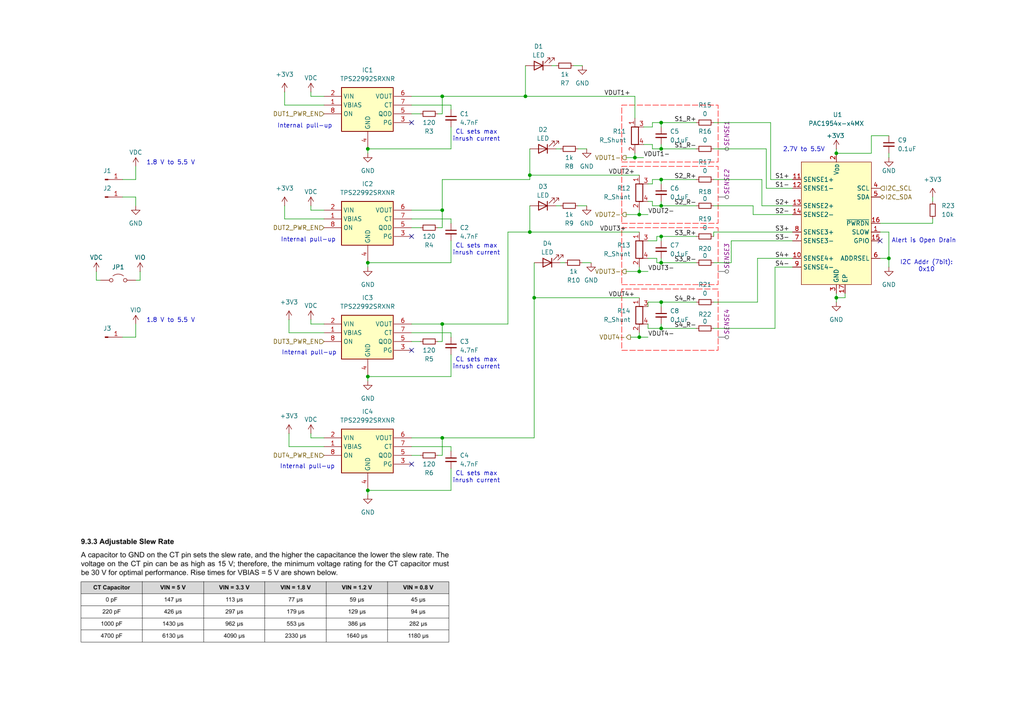
<source format=kicad_sch>
(kicad_sch (version 20250114) (generator "eeschema") (generator_version "9.0")
  (paper "A4")
  (lib_symbols
    (symbol "dut_hub:+3V3" (power) (pin_numbers (hide yes)) (pin_names (offset 0) (hide yes))
      (property "Value" "+3V3" (at 0 3.556 0))
      (symbol "+3V3_0_1"
        (polyline (pts (xy -0.762 1.27) (xy 0 2.54)))
        (polyline (pts (xy 0 2.54) (xy 0.762 1.27)))
        (polyline (pts (xy 0 0) (xy 0 2.54)))
      )
      (symbol "+3V3_1_1"
        (pin power_in line (at 0 0 90) (length 0) (name "~") (number "1"))
      )
    )
    (symbol "dut_hub:CSNL2512FT4L00" (pin_names (offset 0) (hide yes))
      (property "Reference" "R" (at -2.032 0 90))
      (property "Value" "CSNL2512FT4L00" (at 0 0 90))
      (symbol "CSNL2512FT4L00_0_1"
        (rectangle (start -1.016 -2.54) (end 1.016 2.54) (stroke (width 0.254)))
        (polyline (pts (xy 0 -2.54) (xy 1.27 -2.54)))
        (polyline (pts (xy 1.27 2.54) (xy 0 2.54)))
      )
      (symbol "CSNL2512FT4L00_1_1"
        (pin passive line (at 0 5.08 270) (length 2.54) (name "~") (number "1"))
        (pin passive line (at 0 -5.08 90) (length 2.54) (name "~") (number "2"))
        (pin passive line (at 2.54 2.54 180) (length 1.27) (name "~") (number "3"))
        (pin passive line (at 2.54 -2.54 180) (length 1.27) (name "~") (number "4"))
      )
    )
    (symbol "dut_hub:C_Small" (pin_numbers (hide yes)) (pin_names (offset 0.254) (hide yes))
      (property "Reference" "C" (at 0.254 1.778 0))
      (property "Value" "C_Small" (at 0.254 -2.032 0))
      (symbol "C_Small_0_1"
        (polyline (pts (xy -1.524 0.508) (xy 1.524 0.508)) (stroke (width 0.3048)))
        (polyline (pts (xy -1.524 -0.508) (xy 1.524 -0.508)) (stroke (width 0.3302)))
      )
      (symbol "C_Small_1_1"
        (pin passive line (at 0 2.54 270) (length 2.032) (name "~") (number "1"))
        (pin passive line (at 0 -2.54 90) (length 2.032) (name "~") (number "2"))
      )
    )
    (symbol "dut_hub:Conn_01x01_Pin" (pin_names (offset 1.016) (hide yes))
      (property "Reference" "J" (at 0 2.54 0))
      (property "Value" "Conn_01x01_Pin" (at 0 -2.54 0))
      (symbol "Conn_01x01_Pin_1_1"
        (rectangle (start 0.8636 0.127) (end 0 -0.127) (stroke (width 0.1524)) (fill (type outline)))
        (polyline (pts (xy 1.27 0) (xy 0.8636 0)) (stroke (width 0.1524)))
        (pin passive line (at 5.08 0 180) (length 3.81) (name "Pin_1") (number "1"))
      )
    )
    (symbol "dut_hub:GND" (power) (pin_numbers (hide yes)) (pin_names (offset 0) (hide yes))
      (property "Value" "GND" (at 0 -3.81 0))
      (symbol "GND_0_1"
        (polyline (pts (xy 0 0) (xy 0 -1.27) (xy 1.27 -1.27) (xy 0 -2.54) (xy -1.27 -1.27) (xy 0 -1.27)))
      )
      (symbol "GND_1_1"
        (pin power_in line (at 0 0 270) (length 0) (name "~") (number "1"))
      )
    )
    (symbol "dut_hub:Jumper_2_Open" (pin_numbers (hide yes)) (pin_names (offset 0) (hide yes)) (exclude_from_sim yes)
      (property "Reference" "JP" (at 0 2.794 0))
      (property "Value" "Jumper_2_Open" (at 0 -2.286 0))
      (symbol "Jumper_2_Open_0_0"
        (circle (center -2.032 0) (radius 0.508))
        (circle (center 2.032 0) (radius 0.508))
      )
      (symbol "Jumper_2_Open_0_1"
        (arc (start -1.524 1.27) (mid 0 1.778) (end 1.524 1.27))
      )
      (symbol "Jumper_2_Open_1_1"
        (pin passive line (at -5.08 0 0) (length 2.54) (name "A") (number "1"))
        (pin passive line (at 5.08 0 180) (length 2.54) (name "B") (number "2"))
      )
    )
    (symbol "dut_hub:LED" (pin_numbers (hide yes)) (pin_names (offset 1.016) (hide yes))
      (property "Reference" "D" (at 0 2.54 0))
      (property "Value" "LED" (at 0 -2.54 0))
      (symbol "LED_0_1"
        (polyline (pts (xy -3.048 -0.762) (xy -4.572 -2.286) (xy -3.81 -2.286) (xy -4.572 -2.286) (xy -4.572 -1.524)))
        (polyline (pts (xy -1.778 -0.762) (xy -3.302 -2.286) (xy -2.54 -2.286) (xy -3.302 -2.286) (xy -3.302 -1.524)))
        (polyline (pts (xy -1.27 0) (xy 1.27 0)))
        (polyline (pts (xy -1.27 -1.27) (xy -1.27 1.27)) (stroke (width 0.254)))
        (polyline (pts (xy 1.27 -1.27) (xy 1.27 1.27) (xy -1.27 0) (xy 1.27 -1.27)) (stroke (width 0.254)))
      )
      (symbol "LED_1_1"
        (pin passive line (at -3.81 0 0) (length 2.54) (name "K") (number "1"))
        (pin passive line (at 3.81 0 180) (length 2.54) (name "A") (number "2"))
      )
    )
    (symbol "dut_hub:PAC1954x-x4MX"
      (property "Reference" "U" (at 7.62 22.86 0))
      (property "Value" "PAC1954x-x4MX" (at 7.62 20.32 0))
      (symbol "PAC1954x-x4MX_0_0"
        (pin input line (at -12.7 12.7 0) (length 2.54) (name "SENSE1+") (number "11"))
        (pin input line (at -12.7 10.16 0) (length 2.54) (name "SENSE1-") (number "12"))
        (pin input line (at -12.7 5.08 0) (length 2.54) (name "SENSE2+") (number "13"))
        (pin input line (at -12.7 2.54 0) (length 2.54) (name "SENSE2-") (number "14"))
        (pin input line (at -12.7 -2.54 0) (length 2.54) (name "SENSE3+") (number "8"))
        (pin input line (at -12.7 -5.08 0) (length 2.54) (name "SENSE3-") (number "7"))
        (pin input line (at -12.7 -10.16 0) (length 2.54) (name "SENSE4+") (number "10"))
        (pin input line (at -12.7 -12.7 0) (length 2.54) (name "SENSE4-") (number "9"))
        (pin power_in line (at 0 20.32 270) (length 2.54) (name "V_{DD}") (number "2"))
        (pin power_in line (at 0 -20.32 90) (length 2.54) (name "GND") (number "3"))
        (pin passive line (at 2.54 -20.32 90) (length 2.54) (name "EP") (number "17"))
        (pin input line (at 12.7 10.16 180) (length 2.54) (name "SCL") (number "4"))
        (pin bidirectional line (at 12.7 7.62 180) (length 2.54) (name "SDA") (number "5"))
        (pin input line (at 12.7 0 180) (length 2.54) (name "~{PWRDN}") (number "16"))
        (pin input line (at 12.7 -2.54 180) (length 2.54) (name "SLOW") (number "1"))
        (pin bidirectional line (at 12.7 -5.08 180) (length 2.54) (name "GPIO") (number "15"))
        (pin passive line (at 12.7 -10.16 180) (length 2.54) (name "ADDRSEL") (number "6"))
      )
      (symbol "PAC1954x-x4MX_0_1"
        (rectangle (start -10.16 17.78) (end 10.16 -17.78) (fill (type background)))
      )
    )
    (symbol "dut_hub:R_Small" (pin_numbers (hide yes)) (pin_names (offset 0.254) (hide yes))
      (property "Reference" "R" (at 0 0 90))
      (property "Value" "R_Small" (at 1.778 0 90))
      (symbol "R_Small_0_1"
        (rectangle (start -0.762 1.778) (end 0.762 -1.778) (stroke (width 0.2032)))
      )
      (symbol "R_Small_1_1"
        (pin passive line (at 0 2.54 270) (length 0.762) (name "~") (number "1"))
        (pin passive line (at 0 -2.54 90) (length 0.762) (name "~") (number "2"))
      )
    )
    (symbol "dut_hub:TPS22992SRXNR"
      (property "Reference" "IC" (at 11.684 17.526 0))
      (property "Value" "TPS22992SRXNR" (at 4.826 15.494 0))
      (symbol "TPS22992SRXNR_1_1"
        (rectangle (start 5.08 12.7) (end 20.066 0) (stroke (width 0.254)) (fill (type background)))
        (pin passive line (at 0 10.16 0) (length 5.08) (name "VIN") (number "2"))
        (pin passive line (at 0 7.62 0) (length 5.08) (name "VBIAS") (number "1"))
        (pin passive line (at 0 5.08 0) (length 5.08) (name "ON") (number "8"))
        (pin passive line (at 12.7 -5.08 90) (length 5.08) (name "GND") (number "4"))
        (pin passive line (at 25.4 10.16 180) (length 5.08) (name "VOUT") (number "6"))
        (pin passive line (at 25.4 7.62 180) (length 5.08) (name "CT") (number "7"))
        (pin passive line (at 25.4 5.08 180) (length 5.08) (name "QOD") (number "5"))
        (pin passive line (at 25.4 2.54 180) (length 5.08) (name "PG") (number "3"))
      )
    )
    (symbol "dut_hub:VDC" (power) (pin_numbers (hide yes)) (pin_names (offset 0) (hide yes))
      (property "Value" "VDC" (at 0 3.556 0))
      (symbol "VDC_0_1"
        (polyline (pts (xy -0.762 1.27) (xy 0 2.54)))
        (polyline (pts (xy 0 2.54) (xy 0.762 1.27)))
        (polyline (pts (xy 0 0) (xy 0 2.54)))
      )
      (symbol "VDC_1_1"
        (pin power_in line (at 0 0 90) (length 0) (name "~") (number "1"))
      )
    )
  )
  (text "CL sets max\ninrush current" (at 138.176 39.37 0) (effects (font (size 1.27 1.27))))
  (text "Internal pull-up" (at 89.662 102.362 0) (effects (font (size 1.27 1.27))))
  (text "CL sets max\ninrush current" (at 138.176 72.39 0) (effects (font (size 1.27 1.27))))
  (text "CL sets max\ninrush current" (at 138.176 105.41 0) (effects (font (size 1.27 1.27))))
  (text "1.8 V to 5.5 V" (at 49.53 92.964 0) (effects (font (size 1.27 1.27))))
  (text "I2C Addr (7bit):\n0x10" (at 268.732 77.216 0) (effects (font (size 1.27 1.27))))
  (text "CL sets max\ninrush current" (at 138.176 138.43 0) (effects (font (size 1.27 1.27))))
  (text "Internal pull-up" (at 89.408 69.596 0) (effects (font (size 1.27 1.27))))
  (text "1.8 V to 5.5 V" (at 49.53 47.244 0) (effects (font (size 1.27 1.27))))
  (text "Internal pull-up" (at 89.154 135.382 0) (effects (font (size 1.27 1.27))))
  (text "Internal pull-up" (at 88.392 36.576 0) (effects (font (size 1.27 1.27))))
  (text "Alert is Open Drain" (at 267.97 69.85 0) (effects (font (size 1.27 1.27))))
  (text "2.7V to 5.5V" (at 233.172 43.434 0) (effects (font (size 1.27 1.27))))
  (junction (at 242.57 44.45))
  (junction (at 128.27 93.98))
  (junction (at 191.77 43.18))
  (junction (at 191.77 87.63))
  (junction (at 106.68 109.22))
  (junction (at 128.27 27.94))
  (junction (at 242.57 86.36))
  (junction (at 191.77 76.2))
  (junction (at 128.27 60.96))
  (junction (at 185.42 62.23))
  (junction (at 106.68 142.24))
  (junction (at 185.42 78.74))
  (junction (at 191.77 59.69))
  (junction (at 106.68 43.18))
  (junction (at 191.77 68.58))
  (junction (at 152.4 27.94))
  (junction (at 191.77 95.25))
  (junction (at 185.42 97.79))
  (junction (at 154.94 86.36))
  (junction (at 191.77 52.07))
  (junction (at 106.68 76.2))
  (junction (at 128.27 127))
  (junction (at 191.77 35.56))
  (junction (at 153.67 67.31))
  (junction (at 257.81 74.93))
  (junction (at 184.15 45.72))
  (junction (at 153.67 50.8))
  (no_connect (at 119.38 101.6))
  (no_connect (at 119.38 134.62))
  (no_connect (at 119.38 35.56))
  (no_connect (at 255.27 69.85))
  (no_connect (at 119.38 68.58))
  (wire (pts (xy 119.38 63.5) (xy 130.81 63.5)))
  (wire (pts (xy 189.23 35.56) (xy 191.77 35.56)))
  (wire (pts (xy 161.29 43.18) (xy 162.56 43.18)))
  (wire (pts (xy 128.27 93.98) (xy 147.32 93.98)))
  (wire (pts (xy 212.09 69.85) (xy 212.09 76.2)))
  (wire (pts (xy 162.56 76.2) (xy 163.83 76.2)))
  (wire (pts (xy 82.55 63.5) (xy 93.98 63.5)))
  (wire (pts (xy 127 33.02) (xy 128.27 33.02)))
  (wire (pts (xy 185.42 62.23) (xy 187.96 62.23)))
  (wire (pts (xy 39.37 97.79) (xy 39.37 93.98)))
  (wire (pts (xy 128.27 52.07) (xy 153.67 52.07)))
  (wire (pts (xy 106.68 43.18) (xy 106.68 44.45)))
  (wire (pts (xy 82.55 59.69) (xy 82.55 63.5)))
  (wire (pts (xy 181.61 45.72) (xy 184.15 45.72)))
  (wire (pts (xy 185.42 60.96) (xy 185.42 62.23)))
  (wire (pts (xy 191.77 76.2) (xy 201.93 76.2)))
  (wire (pts (xy 190.5 69.85) (xy 190.5 68.58)))
  (wire (pts (xy 39.37 52.07) (xy 39.37 48.26)))
  (wire (pts (xy 185.42 96.52) (xy 185.42 97.79)))
  (wire (pts (xy 191.77 87.63) (xy 191.77 88.9)))
  (wire (pts (xy 257.81 67.31) (xy 257.81 74.93)))
  (wire (pts (xy 191.77 41.91) (xy 191.77 43.18)))
  (wire (pts (xy 189.23 59.69) (xy 191.77 59.69)))
  (wire (pts (xy 153.67 50.8) (xy 185.42 50.8)))
  (wire (pts (xy 189.23 43.18) (xy 191.77 43.18)))
  (wire (pts (xy 93.98 27.94) (xy 90.17 27.94)))
  (wire (pts (xy 191.77 52.07) (xy 201.93 52.07)))
  (wire (pts (xy 255.27 64.77) (xy 270.51 64.77)))
  (wire (pts (xy 130.81 102.87) (xy 130.81 109.22)))
  (wire (pts (xy 187.96 93.98) (xy 187.96 95.25)))
  (wire (pts (xy 130.81 142.24) (xy 106.68 142.24)))
  (wire (pts (xy 191.77 87.63) (xy 201.93 87.63)))
  (wire (pts (xy 127 99.06) (xy 128.27 99.06)))
  (wire (pts (xy 190.5 76.2) (xy 191.77 76.2)))
  (wire (pts (xy 191.77 58.42) (xy 191.77 59.69)))
  (wire (pts (xy 189.23 36.83) (xy 189.23 35.56)))
  (wire (pts (xy 152.4 27.94) (xy 184.15 27.94)))
  (wire (pts (xy 106.68 142.24) (xy 106.68 143.51)))
  (wire (pts (xy 119.38 66.04) (xy 121.92 66.04)))
  (wire (pts (xy 252.73 39.37) (xy 252.73 44.45)))
  (wire (pts (xy 167.64 43.18) (xy 170.18 43.18)))
  (wire (pts (xy 187.96 74.93) (xy 190.5 74.93)))
  (wire (pts (xy 223.52 52.07) (xy 223.52 35.56)))
  (wire (pts (xy 166.37 19.05) (xy 168.91 19.05)))
  (wire (pts (xy 242.57 43.18) (xy 242.57 44.45)))
  (wire (pts (xy 27.94 78.74) (xy 27.94 81.28)))
  (wire (pts (xy 130.81 135.89) (xy 130.81 142.24)))
  (wire (pts (xy 153.67 43.18) (xy 153.67 50.8)))
  (wire (pts (xy 257.81 74.93) (xy 257.81 77.47)))
  (wire (pts (xy 130.81 43.18) (xy 106.68 43.18)))
  (wire (pts (xy 191.77 95.25) (xy 201.93 95.25)))
  (wire (pts (xy 185.42 78.74) (xy 187.96 78.74)))
  (wire (pts (xy 119.38 129.54) (xy 130.81 129.54)))
  (wire (pts (xy 245.11 85.09) (xy 245.11 86.36)))
  (wire (pts (xy 128.27 60.96) (xy 128.27 52.07)))
  (wire (pts (xy 229.87 74.93) (xy 219.71 74.93)))
  (wire (pts (xy 255.27 74.93) (xy 257.81 74.93)))
  (wire (pts (xy 223.52 35.56) (xy 207.01 35.56)))
  (wire (pts (xy 83.82 125.73) (xy 83.82 129.54)))
  (wire (pts (xy 161.29 59.69) (xy 162.56 59.69)))
  (wire (pts (xy 82.55 30.48) (xy 93.98 30.48)))
  (wire (pts (xy 93.98 127) (xy 90.17 127)))
  (wire (pts (xy 128.27 66.04) (xy 128.27 60.96)))
  (wire (pts (xy 154.94 86.36) (xy 154.94 127)))
  (wire (pts (xy 90.17 60.96) (xy 90.17 59.69)))
  (wire (pts (xy 153.67 59.69) (xy 153.67 67.31)))
  (wire (pts (xy 184.15 44.45) (xy 184.15 45.72)))
  (wire (pts (xy 35.56 57.15) (xy 39.37 57.15)))
  (wire (pts (xy 229.87 62.23) (xy 218.44 62.23)))
  (wire (pts (xy 130.81 69.85) (xy 130.81 76.2)))
  (wire (pts (xy 35.56 97.79) (xy 39.37 97.79)))
  (wire (pts (xy 39.37 81.28) (xy 40.64 81.28)))
  (wire (pts (xy 220.98 59.69) (xy 220.98 52.07)))
  (wire (pts (xy 229.87 54.61) (xy 222.25 54.61)))
  (wire (pts (xy 83.82 96.52) (xy 93.98 96.52)))
  (wire (pts (xy 83.82 92.71) (xy 83.82 96.52)))
  (wire (pts (xy 189.23 52.07) (xy 191.77 52.07)))
  (wire (pts (xy 40.64 81.28) (xy 40.64 78.74)))
  (wire (pts (xy 106.68 76.2) (xy 106.68 77.47)))
  (wire (pts (xy 130.81 36.83) (xy 130.81 43.18)))
  (wire (pts (xy 224.79 95.25) (xy 207.01 95.25)))
  (wire (pts (xy 242.57 85.09) (xy 242.57 86.36)))
  (wire (pts (xy 119.38 60.96) (xy 128.27 60.96)))
  (wire (pts (xy 207.01 67.31) (xy 207.01 68.58)))
  (wire (pts (xy 242.57 86.36) (xy 242.57 87.63)))
  (wire (pts (xy 147.32 67.31) (xy 153.67 67.31)))
  (wire (pts (xy 222.25 43.18) (xy 207.01 43.18)))
  (wire (pts (xy 82.55 26.67) (xy 82.55 30.48)))
  (wire (pts (xy 130.81 109.22) (xy 106.68 109.22)))
  (wire (pts (xy 119.38 96.52) (xy 130.81 96.52)))
  (wire (pts (xy 147.32 93.98) (xy 147.32 67.31)))
  (wire (pts (xy 191.77 68.58) (xy 201.93 68.58)))
  (wire (pts (xy 167.64 59.69) (xy 170.18 59.69)))
  (wire (pts (xy 152.4 19.05) (xy 152.4 27.94)))
  (wire (pts (xy 187.96 87.63) (xy 191.77 87.63)))
  (wire (pts (xy 154.94 76.2) (xy 154.94 86.36)))
  (wire (pts (xy 168.91 76.2) (xy 171.45 76.2)))
  (wire (pts (xy 127 66.04) (xy 128.27 66.04)))
  (wire (pts (xy 219.71 87.63) (xy 207.01 87.63)))
  (wire (pts (xy 191.77 52.07) (xy 191.77 53.34)))
  (wire (pts (xy 224.79 77.47) (xy 224.79 95.25)))
  (wire (pts (xy 153.67 50.8) (xy 153.67 52.07)))
  (wire (pts (xy 119.38 99.06) (xy 121.92 99.06)))
  (wire (pts (xy 106.68 109.22) (xy 106.68 110.49)))
  (wire (pts (xy 93.98 93.98) (xy 90.17 93.98)))
  (wire (pts (xy 191.77 43.18) (xy 201.93 43.18)))
  (wire (pts (xy 190.5 68.58) (xy 191.77 68.58)))
  (wire (pts (xy 185.42 97.79) (xy 187.96 97.79)))
  (wire (pts (xy 229.87 52.07) (xy 223.52 52.07)))
  (wire (pts (xy 190.5 74.93) (xy 190.5 76.2)))
  (wire (pts (xy 119.38 127) (xy 128.27 127)))
  (wire (pts (xy 187.96 87.63) (xy 187.96 88.9)))
  (wire (pts (xy 218.44 62.23) (xy 218.44 59.69)))
  (wire (pts (xy 128.27 127) (xy 154.94 127)))
  (wire (pts (xy 93.98 60.96) (xy 90.17 60.96)))
  (wire (pts (xy 119.38 132.08) (xy 121.92 132.08)))
  (wire (pts (xy 130.81 63.5) (xy 130.81 64.77)))
  (wire (pts (xy 191.77 35.56) (xy 191.77 36.83)))
  (wire (pts (xy 160.02 19.05) (xy 161.29 19.05)))
  (wire (pts (xy 127 132.08) (xy 128.27 132.08)))
  (wire (pts (xy 224.79 77.47) (xy 229.87 77.47)))
  (wire (pts (xy 119.38 27.94) (xy 128.27 27.94)))
  (wire (pts (xy 212.09 76.2) (xy 207.01 76.2)))
  (wire (pts (xy 207.01 67.31) (xy 229.87 67.31)))
  (wire (pts (xy 128.27 99.06) (xy 128.27 93.98)))
  (wire (pts (xy 186.69 41.91) (xy 189.23 41.91)))
  (wire (pts (xy 191.77 74.93) (xy 191.77 76.2)))
  (wire (pts (xy 191.77 35.56) (xy 201.93 35.56)))
  (wire (pts (xy 83.82 129.54) (xy 93.98 129.54)))
  (wire (pts (xy 189.23 53.34) (xy 189.23 52.07)))
  (wire (pts (xy 252.73 39.37) (xy 257.81 39.37)))
  (wire (pts (xy 185.42 77.47) (xy 185.42 78.74)))
  (wire (pts (xy 90.17 27.94) (xy 90.17 26.67)))
  (wire (pts (xy 35.56 52.07) (xy 39.37 52.07)))
  (wire (pts (xy 191.77 59.69) (xy 201.93 59.69)))
  (wire (pts (xy 128.27 33.02) (xy 128.27 27.94)))
  (wire (pts (xy 130.81 76.2) (xy 106.68 76.2)))
  (wire (pts (xy 255.27 67.31) (xy 257.81 67.31)))
  (wire (pts (xy 182.88 97.79) (xy 185.42 97.79)))
  (wire (pts (xy 270.51 63.5) (xy 270.51 64.77)))
  (wire (pts (xy 229.87 59.69) (xy 220.98 59.69)))
  (wire (pts (xy 130.81 96.52) (xy 130.81 97.79)))
  (wire (pts (xy 220.98 52.07) (xy 207.01 52.07)))
  (wire (pts (xy 187.96 58.42) (xy 189.23 58.42)))
  (wire (pts (xy 242.57 86.36) (xy 245.11 86.36)))
  (wire (pts (xy 128.27 27.94) (xy 152.4 27.94)))
  (wire (pts (xy 270.51 57.15) (xy 270.51 58.42)))
  (wire (pts (xy 90.17 93.98) (xy 90.17 92.71)))
  (wire (pts (xy 252.73 44.45) (xy 242.57 44.45)))
  (wire (pts (xy 128.27 132.08) (xy 128.27 127)))
  (wire (pts (xy 27.94 81.28) (xy 29.21 81.28)))
  (wire (pts (xy 222.25 54.61) (xy 222.25 43.18)))
  (wire (pts (xy 130.81 30.48) (xy 130.81 31.75)))
  (wire (pts (xy 184.15 27.94) (xy 184.15 34.29)))
  (wire (pts (xy 189.23 58.42) (xy 189.23 59.69)))
  (wire (pts (xy 189.23 41.91) (xy 189.23 43.18)))
  (wire (pts (xy 153.67 67.31) (xy 185.42 67.31)))
  (wire (pts (xy 229.87 69.85) (xy 212.09 69.85)))
  (wire (pts (xy 119.38 93.98) (xy 128.27 93.98)))
  (wire (pts (xy 257.81 44.45) (xy 257.81 45.72)))
  (wire (pts (xy 187.96 69.85) (xy 190.5 69.85)))
  (wire (pts (xy 181.61 62.23) (xy 185.42 62.23)))
  (wire (pts (xy 181.61 78.74) (xy 185.42 78.74)))
  (wire (pts (xy 219.71 74.93) (xy 219.71 87.63)))
  (wire (pts (xy 39.37 57.15) (xy 39.37 59.69)))
  (wire (pts (xy 191.77 93.98) (xy 191.77 95.25)))
  (wire (pts (xy 187.96 95.25) (xy 191.77 95.25)))
  (wire (pts (xy 130.81 129.54) (xy 130.81 130.81)))
  (wire (pts (xy 187.96 53.34) (xy 189.23 53.34)))
  (wire (pts (xy 119.38 33.02) (xy 121.92 33.02)))
  (wire (pts (xy 154.94 86.36) (xy 185.42 86.36)))
  (wire (pts (xy 90.17 127) (xy 90.17 125.73)))
  (wire (pts (xy 191.77 68.58) (xy 191.77 69.85)))
  (wire (pts (xy 186.69 36.83) (xy 189.23 36.83)))
  (wire (pts (xy 218.44 59.69) (xy 207.01 59.69)))
  (wire (pts (xy 119.38 30.48) (xy 130.81 30.48)))
  (wire (pts (xy 184.15 45.72) (xy 186.69 45.72)))
  (image (at 77.47 171.45) (scale 1.22978))
  (label "S1+" (at 224.79 52.07 0))
  (label "VDUT3+" (at 181.61 67.31 180))
  (label "VDUT1-" (at 186.69 45.72 0))
  (label "S4+" (at 224.79 74.93 0))
  (label "VDUT4+" (at 184.15 86.36 180))
  (label "S1-" (at 224.79 54.61 0))
  (label "S2-" (at 224.79 62.23 0))
  (label "S4_R-" (at 195.58 95.25 0))
  (label "VDUT3-" (at 187.96 78.74 0))
  (label "S1_R+" (at 195.58 35.56 0))
  (label "S3_R+" (at 195.58 68.58 0))
  (label "VDUT4-" (at 187.96 97.79 0))
  (label "VDUT2-" (at 187.96 62.23 0))
  (label "S2+" (at 224.79 59.69 0))
  (label "S1_R-" (at 195.58 43.18 0))
  (label "S4-" (at 224.79 77.47 0))
  (label "S3+" (at 224.79 67.31 0))
  (label "S2_R+" (at 195.58 52.07 0))
  (label "S4_R+" (at 195.58 87.63 0))
  (label "S3-" (at 224.79 69.85 0))
  (label "S2_R-" (at 195.58 59.69 0))
  (label "S3_R-" (at 195.58 76.2 0))
  (label "VDUT1+" (at 182.88 27.94 180))
  (label "VDUT2+" (at 184.15 50.8 180))
  (hierarchical_label "VDUT2-" (shape output) (at 181.61 62.23 180))
  (hierarchical_label "DUT4_PWR_EN" (shape input) (at 93.98 132.08 180))
  (hierarchical_label "DUT3_PWR_EN" (shape input) (at 93.98 99.06 180))
  (hierarchical_label "VDUT1-" (shape output) (at 181.61 45.72 180))
  (hierarchical_label "VDUT3-" (shape output) (at 181.61 78.74 180))
  (hierarchical_label "VDUT4-" (shape output) (at 182.88 97.79 180))
  (hierarchical_label "DUT1_PWR_EN" (shape input) (at 93.98 33.02 180))
  (hierarchical_label "I2C_SDA" (shape bidirectional) (at 255.27 57.15 0))
  (hierarchical_label "DUT2_PWR_EN" (shape input) (at 93.98 66.04 180))
  (hierarchical_label "I2C_SCL" (shape input) (at 255.27 54.61 0))
  (rule_area (polyline (pts (xy 180.34 82.55) (xy 208.28 82.55) (xy 208.28 66.04) (xy 207.01 66.04) (xy 180.34 66.04)) (stroke (width 0) (type dash))))
  (rule_area (polyline (pts (xy 180.34 64.77) (xy 208.28 64.77) (xy 208.28 48.26) (xy 207.01 48.26) (xy 180.34 48.26)) (stroke (width 0) (type dash))))
  (rule_area (polyline (pts (xy 180.34 46.99) (xy 208.28 46.99) (xy 208.28 30.48) (xy 207.01 30.48) (xy 180.34 30.48)) (stroke (width 0) (type dash))))
  (rule_area (polyline (pts (xy 180.34 101.6) (xy 208.28 101.6) (xy 208.28 83.82) (xy 207.01 83.82) (xy 180.34 83.82)) (stroke (width 0) (type dash))))
  (netclass_flag "" (length 2.54) (shape round) (at 208.28 97.79 270) (property "Component Class" "SENSE4" (at 210.82 97.0915 90) (effects (font (italic yes)) (justify left))))
  (netclass_flag "" (length 2.54) (shape round) (at 208.28 57.15 270) (property "Component Class" "SENSE2" (at 210.82 56.4515 90) (effects (font (italic yes)) (justify left))))
  (netclass_flag "" (length 2.54) (shape round) (at 208.28 43.18 270) (property "Component Class" "SENSE1" (at 210.82 42.4815 90) (effects (font (italic yes)) (justify left))))
  (netclass_flag "" (length 2.54) (shape round) (at 208.28 78.74 270) (property "Component Class" "SENSE3" (at 210.82 78.0415 90) (effects (font (italic yes)) (justify left))))
  (symbol (lib_id "dut_hub:Jumper_2_Open") (at 34.29 81.28 0) (unit 1) (exclude_from_sim yes)
    (property "Reference" "JP1" (at 34.29 77.47 0))
    (property "Value" "Jumper_2_Open" (effects (hide yes)))
    (property "Footprint" "TestPoint:TestPoint_2Pads_Pitch2.54mm_Drill0.8mm" (effects (hide yes)))
    (property "Description" "Jumper, 2-pole, open" (effects (hide yes)))
  )
  (symbol (lib_id "dut_hub:C_Small") (at 130.81 67.31 0) (unit 1)
    (property "Reference" "C2" (at 133.35 66.0462 0) (effects (justify left)))
    (property "Value" "4.7nF" (at 133.35 68.5862 0) (effects (justify left)))
    (property "Footprint" "Capacitor_SMD:C_0603_1608Metric" (effects (hide yes)))
    (property "Description" "Unpolarized capacitor, X7R" (effects (hide yes)))
  )
  (symbol (lib_id "dut_hub:VDC") (at 39.37 48.26 0) (unit 1)
    (property "Reference" "#PWR08" (effects (hide yes)))
    (property "Value" "VDC" (at 39.37 44.196 0))
    (property "Description" "Power symbol creates a global label with name \"VDC\"" (effects (hide yes)))
  )
  (symbol (lib_id "dut_hub:LED") (at 156.21 19.05 180) (unit 1)
    (property "Reference" "D1" (at 156.21 13.462 0))
    (property "Value" "LED" (at 156.21 16.002 0))
    (property "Footprint" "LED_SMD:LED_0603_1608Metric" (effects (hide yes)))
    (property "Description" "Light emitting diode" (effects (hide yes)))
    (property "Sim.Pins" "1=K 2=A" (effects (hide yes)))
  )
  (symbol (lib_id "dut_hub:R_Small") (at 204.47 68.58 270) (unit 1)
    (property "Reference" "R19" (at 204.47 63.5 90))
    (property "Value" "0" (at 204.47 66.04 90))
    (property "Footprint" "Resistor_SMD:R_0603_1608Metric" (effects (hide yes)))
    (property "Description" "Resistor, small symbol" (effects (hide yes)))
  )
  (symbol (lib_id "dut_hub:R_Small") (at 163.83 19.05 90) (mirror x) (unit 1)
    (property "Reference" "R7" (at 163.83 24.13 90))
    (property "Value" "1k" (at 163.83 21.59 90))
    (property "Footprint" "Resistor_SMD:R_0603_1608Metric" (effects (hide yes)))
    (property "Description" "Resistor, small symbol" (effects (hide yes)))
  )
  (symbol (lib_id "dut_hub:C_Small") (at 130.81 34.29 0) (unit 1)
    (property "Reference" "C1" (at 133.35 33.0262 0) (effects (justify left)))
    (property "Value" "4.7nF" (at 133.35 35.5662 0) (effects (justify left)))
    (property "Footprint" "Capacitor_SMD:C_0603_1608Metric" (effects (hide yes)))
    (property "Description" "Unpolarized capacitor, X7R" (effects (hide yes)))
  )
  (symbol (lib_id "dut_hub:CSNL2512FT4L00") (at 185.42 91.44 0) (unit 1)
    (property "Reference" "R14" (at 182.88 90.1699 0) (effects (justify right)))
    (property "Value" "R_Shunt" (at 182.88 92.7099 0) (effects (justify right)))
    (property "Footprint" "dut_hub:RES_C_2512_SHUNT" (effects (hide yes)))
    (property "Description" "Shunt resistor with Kelvin connections" (effects (hide yes)))
  )
  (symbol (lib_id "dut_hub:TPS22992SRXNR") (at 93.98 71.12 0) (unit 1)
    (property "Reference" "IC2" (at 106.6165 53.34 0))
    (property "Value" "TPS22992SRXNR" (at 106.6165 55.88 0))
    (property "Footprint" "dut_hub:TPS22992SRXNR" (effects (hide yes)))
    (property "Datasheet" "https://www.ti.com/lit/ds/symlink/tps22992.pdf?ts=1729567087888&ref_url=https%253A%252F%252Fwww.mouser.sg%252F" (effects (hide yes)))
    (property "Description" "Power Switch ICs - Power Distribution 5.5-V, 6-A, 8.7-m load switch with adjustable rise time and adjustable quick output discha 8-WQFN-HR -40 to 125" (effects (hide yes)))
    (property "Height" "0.8" (effects (hide yes)))
    (property "Mouser Part Number" "595-TPS22992SRXNR" (effects (hide yes)))
    (property "Mouser Price/Stock" "https://www.mouser.co.uk/ProductDetail/Texas-Instruments/TPS22992SRXNR?qs=doiCPypUmgHG6zli7ZEMJw%3D%3D" (effects (hide yes)))
    (property "Manufacturer_Name" "Texas Instruments" (effects (hide yes)))
    (property "Manufacturer_Part_Number" "TPS22992SRXNR" (effects (hide yes)))
  )
  (symbol (lib_id "dut_hub:VDC") (at 39.37 93.98 0) (unit 1)
    (property "Reference" "#PWR010" (effects (hide yes)))
    (property "Value" "VIO" (at 39.37 89.916 0))
    (property "Description" "Power symbol creates a global label with name \"VDC\"" (effects (hide yes)))
  )
  (symbol (lib_id "dut_hub:GND") (at 170.18 59.69 0) (unit 1)
    (property "Reference" "#PWR026" (effects (hide yes)))
    (property "Value" "GND" (at 170.18 64.77 0))
    (property "Description" "Power symbol creates a global label with name \"GND\" , ground" (effects (hide yes)))
  )
  (symbol (lib_id "dut_hub:CSNL2512FT4L00") (at 185.42 72.39 0) (unit 1)
    (property "Reference" "R13" (at 182.88 71.1199 0) (effects (justify right)))
    (property "Value" "R_Shunt" (at 182.88 73.6599 0) (effects (justify right)))
    (property "Footprint" "dut_hub:RES_C_2512_SHUNT" (effects (hide yes)))
    (property "Description" "Shunt resistor with Kelvin connections" (effects (hide yes)))
  )
  (symbol (lib_id "dut_hub:R_Small") (at 204.47 52.07 270) (unit 1)
    (property "Reference" "R17" (at 204.47 46.99 90))
    (property "Value" "0" (at 204.47 49.53 90))
    (property "Footprint" "Resistor_SMD:R_0603_1608Metric" (effects (hide yes)))
    (property "Description" "Resistor, small symbol" (effects (hide yes)))
  )
  (symbol (lib_id "dut_hub:+3V3") (at 82.55 26.67 0) (unit 1)
    (property "Reference" "#PWR012" (effects (hide yes)))
    (property "Value" "+3V3" (at 82.55 21.59 0))
    (property "Description" "Power symbol creates a global label with name \"+3V3\"" (effects (hide yes)))
  )
  (symbol (lib_id "dut_hub:LED") (at 157.48 43.18 180) (unit 1)
    (property "Reference" "D2" (at 157.48 37.592 0))
    (property "Value" "LED" (at 157.48 40.132 0))
    (property "Footprint" "LED_SMD:LED_0603_1608Metric" (effects (hide yes)))
    (property "Description" "Light emitting diode" (effects (hide yes)))
    (property "Sim.Pins" "1=K 2=A" (effects (hide yes)))
  )
  (symbol (lib_id "dut_hub:LED") (at 158.75 76.2 180) (unit 1)
    (property "Reference" "D4" (at 158.75 70.612 0))
    (property "Value" "LED" (at 158.75 73.152 0))
    (property "Footprint" "LED_SMD:LED_0603_1608Metric" (effects (hide yes)))
    (property "Description" "Light emitting diode" (effects (hide yes)))
    (property "Sim.Pins" "1=K 2=A" (effects (hide yes)))
  )
  (symbol (lib_id "dut_hub:TPS22992SRXNR") (at 93.98 104.14 0) (unit 1)
    (property "Reference" "IC3" (at 106.6165 86.36 0))
    (property "Value" "TPS22992SRXNR" (at 106.6165 88.9 0))
    (property "Footprint" "dut_hub:TPS22992SRXNR" (effects (hide yes)))
    (property "Datasheet" "https://www.ti.com/lit/ds/symlink/tps22992.pdf?ts=1729567087888&ref_url=https%253A%252F%252Fwww.mouser.sg%252F" (effects (hide yes)))
    (property "Description" "Power Switch ICs - Power Distribution 5.5-V, 6-A, 8.7-m load switch with adjustable rise time and adjustable quick output discha 8-WQFN-HR -40 to 125" (effects (hide yes)))
    (property "Height" "0.8" (effects (hide yes)))
    (property "Mouser Part Number" "595-TPS22992SRXNR" (effects (hide yes)))
    (property "Mouser Price/Stock" "https://www.mouser.co.uk/ProductDetail/Texas-Instruments/TPS22992SRXNR?qs=doiCPypUmgHG6zli7ZEMJw%3D%3D" (effects (hide yes)))
    (property "Manufacturer_Name" "Texas Instruments" (effects (hide yes)))
    (property "Manufacturer_Part_Number" "TPS22992SRXNR" (effects (hide yes)))
  )
  (symbol (lib_id "dut_hub:C_Small") (at 191.77 72.39 0) (unit 1)
    (property "Reference" "C7" (at 194.31 71.1262 0) (effects (justify left)))
    (property "Value" "0.1uF" (at 194.31 73.6662 0) (effects (justify left)))
    (property "Footprint" "Capacitor_SMD:C_0603_1608Metric" (effects (hide yes)))
    (property "Description" "Unpolarized capacitor, X7R" (effects (hide yes)))
  )
  (symbol (lib_id "dut_hub:GND") (at 242.57 87.63 0) (unit 1)
    (property "Reference" "#PWR033" (effects (hide yes)))
    (property "Value" "GND" (at 242.57 92.71 0))
    (property "Description" "Power symbol creates a global label with name \"GND\" , ground" (effects (hide yes)))
  )
  (symbol (lib_id "dut_hub:GND") (at 106.68 77.47 0) (unit 1)
    (property "Reference" "#PWR021" (effects (hide yes)))
    (property "Value" "GND" (at 106.68 82.55 0))
    (property "Description" "Power symbol creates a global label with name \"GND\" , ground" (effects (hide yes)))
  )
  (symbol (lib_id "dut_hub:+3V3") (at 82.55 59.69 0) (unit 1)
    (property "Reference" "#PWR013" (effects (hide yes)))
    (property "Value" "+3V3" (at 82.55 54.61 0))
    (property "Description" "Power symbol creates a global label with name \"+3V3\"" (effects (hide yes)))
  )
  (symbol (lib_id "dut_hub:+3V3") (at 242.57 43.18 0) (unit 1)
    (property "Reference" "#PWR032" (effects (hide yes)))
    (property "Value" "+3V3" (at 242.316 39.37 0))
    (property "Description" "Power symbol creates a global label with name \"+3V3\"" (effects (hide yes)))
  )
  (symbol (lib_id "dut_hub:GND") (at 106.68 143.51 0) (unit 1)
    (property "Reference" "#PWR023" (effects (hide yes)))
    (property "Value" "GND" (at 106.68 148.59 0))
    (property "Description" "Power symbol creates a global label with name \"GND\" , ground" (effects (hide yes)))
  )
  (symbol (lib_id "dut_hub:CSNL2512FT4L00") (at 185.42 55.88 0) (unit 1)
    (property "Reference" "R12" (at 182.88 54.6099 0) (effects (justify right)))
    (property "Value" "R_Shunt" (at 182.88 57.1499 0) (effects (justify right)))
    (property "Footprint" "dut_hub:RES_C_2512_SHUNT" (effects (hide yes)))
    (property "Description" "Shunt resistor with Kelvin connections" (effects (hide yes)))
  )
  (symbol (lib_id "dut_hub:+3V3") (at 83.82 125.73 0) (unit 1)
    (property "Reference" "#PWR015" (effects (hide yes)))
    (property "Value" "+3V3" (at 83.82 120.65 0))
    (property "Description" "Power symbol creates a global label with name \"+3V3\"" (effects (hide yes)))
  )
  (symbol (lib_id "dut_hub:R_Small") (at 124.46 132.08 90) (mirror x) (unit 1)
    (property "Reference" "R6" (at 124.46 137.16 90))
    (property "Value" "120" (at 124.46 134.62 90))
    (property "Footprint" "Resistor_SMD:R_0603_1608Metric" (effects (hide yes)))
    (property "Description" "Resistor, small symbol" (effects (hide yes)))
  )
  (symbol (lib_id "dut_hub:LED") (at 157.48 59.69 180) (unit 1)
    (property "Reference" "D3" (at 157.48 54.102 0))
    (property "Value" "LED" (at 157.48 56.642 0))
    (property "Footprint" "LED_SMD:LED_0603_1608Metric" (effects (hide yes)))
    (property "Description" "Light emitting diode" (effects (hide yes)))
    (property "Sim.Pins" "1=K 2=A" (effects (hide yes)))
  )
  (symbol (lib_id "dut_hub:GND") (at 171.45 76.2 0) (unit 1)
    (property "Reference" "#PWR027" (effects (hide yes)))
    (property "Value" "GND" (at 171.45 81.28 0))
    (property "Description" "Power symbol creates a global label with name \"GND\" , ground" (effects (hide yes)))
  )
  (symbol (lib_id "dut_hub:R_Small") (at 124.46 66.04 90) (mirror x) (unit 1)
    (property "Reference" "R4" (at 124.46 71.12 90))
    (property "Value" "120" (at 124.46 68.58 90))
    (property "Footprint" "Resistor_SMD:R_0603_1608Metric" (effects (hide yes)))
    (property "Description" "Resistor, small symbol" (effects (hide yes)))
  )
  (symbol (lib_id "dut_hub:GND") (at 106.68 110.49 0) (unit 1)
    (property "Reference" "#PWR022" (effects (hide yes)))
    (property "Value" "GND" (at 106.68 115.57 0))
    (property "Description" "Power symbol creates a global label with name \"GND\" , ground" (effects (hide yes)))
  )
  (symbol (lib_id "dut_hub:R_Small") (at 204.47 59.69 270) (unit 1)
    (property "Reference" "R18" (at 204.47 55.626 90))
    (property "Value" "0" (at 204.47 57.658 90))
    (property "Footprint" "Resistor_SMD:R_0603_1608Metric" (effects (hide yes)))
    (property "Description" "Resistor, small symbol" (effects (hide yes)))
  )
  (symbol (lib_id "dut_hub:VDC") (at 27.94 78.74 0) (unit 1)
    (property "Reference" "#PWR07" (effects (hide yes)))
    (property "Value" "VDC" (at 27.94 74.676 0))
    (property "Description" "Power symbol creates a global label with name \"VDC\"" (effects (hide yes)))
  )
  (symbol (lib_id "dut_hub:+3V3") (at 83.82 92.71 0) (unit 1)
    (property "Reference" "#PWR014" (effects (hide yes)))
    (property "Value" "+3V3" (at 83.82 87.63 0))
    (property "Description" "Power symbol creates a global label with name \"+3V3\"" (effects (hide yes)))
  )
  (symbol (lib_id "dut_hub:R_Small") (at 124.46 99.06 90) (mirror x) (unit 1)
    (property "Reference" "R5" (at 124.46 104.14 90))
    (property "Value" "120" (at 124.46 101.6 90))
    (property "Footprint" "Resistor_SMD:R_0603_1608Metric" (effects (hide yes)))
    (property "Description" "Resistor, small symbol" (effects (hide yes)))
  )
  (symbol (lib_id "dut_hub:GND") (at 168.91 19.05 0) (unit 1)
    (property "Reference" "#PWR024" (effects (hide yes)))
    (property "Value" "GND" (at 168.91 24.13 0))
    (property "Description" "Power symbol creates a global label with name \"GND\" , ground" (effects (hide yes)))
  )
  (symbol (lib_id "dut_hub:R_Small") (at 270.51 60.96 0) (unit 1)
    (property "Reference" "R23" (at 273.05 59.6899 0) (effects (justify left)))
    (property "Value" "10k" (at 273.05 62.2299 0) (effects (justify left)))
    (property "Footprint" "Resistor_SMD:R_0603_1608Metric" (effects (hide yes)))
    (property "Description" "Resistor, small symbol" (effects (hide yes)))
  )
  (symbol (lib_id "dut_hub:GND") (at 170.18 43.18 0) (unit 1)
    (property "Reference" "#PWR025" (effects (hide yes)))
    (property "Value" "GND" (at 170.18 48.26 0))
    (property "Description" "Power symbol creates a global label with name \"GND\" , ground" (effects (hide yes)))
  )
  (symbol (lib_id "dut_hub:R_Small") (at 124.46 33.02 90) (mirror x) (unit 1)
    (property "Reference" "R3" (at 124.46 38.1 90))
    (property "Value" "120" (at 124.46 35.56 90))
    (property "Footprint" "Resistor_SMD:R_0603_1608Metric" (effects (hide yes)))
    (property "Description" "Resistor, small symbol" (effects (hide yes)))
  )
  (symbol (lib_id "dut_hub:R_Small") (at 204.47 43.18 270) (unit 1)
    (property "Reference" "R16" (at 204.47 38.1 90))
    (property "Value" "0" (at 204.47 40.64 90))
    (property "Footprint" "Resistor_SMD:R_0603_1608Metric" (effects (hide yes)))
    (property "Description" "Resistor, small symbol" (effects (hide yes)))
  )
  (symbol (lib_id "dut_hub:+3V3") (at 270.51 57.15 0) (unit 1)
    (property "Reference" "#PWR036" (effects (hide yes)))
    (property "Value" "+3V3" (at 270.51 52.07 0))
    (property "Description" "Power symbol creates a global label with name \"+3V3\"" (effects (hide yes)))
  )
  (symbol (lib_id "dut_hub:PAC1954x-x4MX") (at 242.57 64.77 0) (unit 1)
    (property "Reference" "U1" (at 241.554 33.274 0) (effects (justify left)))
    (property "Value" "PAC1954x-x4MX" (at 234.442 35.814 0) (effects (justify left)))
    (property "Footprint" "dut_hub:VQFN-16-1EP_3x3mm_P0.5mm_EP1.1x1.1mm" (effects (hide yes)))
    (property "Datasheet" "https://ww1.microchip.com/downloads/en/DeviceDoc/PAC195X-Data-Sheet-20006539.pdf" (effects (hide yes)))
    (property "Description" "Four Channel High-side Power Monitor, 32V, I2C, VQFN-16" (effects (hide yes)))
  )
  (symbol (lib_id "dut_hub:VDC") (at 90.17 26.67 0) (unit 1)
    (property "Reference" "#PWR016" (effects (hide yes)))
    (property "Value" "VDC" (at 90.17 22.606 0))
    (property "Description" "Power symbol creates a global label with name \"VDC\"" (effects (hide yes)))
  )
  (symbol (lib_id "dut_hub:GND") (at 39.37 59.69 0) (unit 1)
    (property "Reference" "#PWR09" (effects (hide yes)))
    (property "Value" "GND" (at 39.37 64.77 0))
    (property "Description" "Power symbol creates a global label with name \"GND\" , ground" (effects (hide yes)))
  )
  (symbol (lib_id "dut_hub:Conn_01x01_Pin") (at 30.48 52.07 0) (unit 1)
    (property "Reference" "J1" (at 31.115 49.53 0))
    (property "Value" "Conn_01x01_Pin" (effects (hide yes)))
    (property "Footprint" "Connector:Banana_Jack_1Pin" (effects (hide yes)))
    (property "Description" "Generic connector, single row, 01x01, script generated" (effects (hide yes)))
  )
  (symbol (lib_id "dut_hub:GND") (at 257.81 77.47 0) (unit 1)
    (property "Reference" "#PWR035" (effects (hide yes)))
    (property "Value" "GND" (at 257.81 82.55 0))
    (property "Description" "Power symbol creates a global label with name \"GND\" , ground" (effects (hide yes)))
  )
  (symbol (lib_id "dut_hub:R_Small") (at 204.47 35.56 270) (unit 1)
    (property "Reference" "R15" (at 204.47 30.48 90))
    (property "Value" "0" (at 204.47 33.02 90))
    (property "Footprint" "Resistor_SMD:R_0603_1608Metric" (effects (hide yes)))
    (property "Description" "Resistor, small symbol" (effects (hide yes)))
  )
  (symbol (lib_id "dut_hub:C_Small") (at 130.81 133.35 0) (unit 1)
    (property "Reference" "C4" (at 133.35 132.0862 0) (effects (justify left)))
    (property "Value" "4.7nF" (at 133.35 134.6262 0) (effects (justify left)))
    (property "Footprint" "Capacitor_SMD:C_0603_1608Metric" (effects (hide yes)))
    (property "Description" "Unpolarized capacitor, X7R" (effects (hide yes)))
  )
  (symbol (lib_id "dut_hub:TPS22992SRXNR") (at 93.98 137.16 0) (unit 1)
    (property "Reference" "IC4" (at 106.6165 119.38 0))
    (property "Value" "TPS22992SRXNR" (at 106.6165 121.92 0))
    (property "Footprint" "dut_hub:TPS22992SRXNR" (effects (hide yes)))
    (property "Datasheet" "https://www.ti.com/lit/ds/symlink/tps22992.pdf?ts=1729567087888&ref_url=https%253A%252F%252Fwww.mouser.sg%252F" (effects (hide yes)))
    (property "Description" "Power Switch ICs - Power Distribution 5.5-V, 6-A, 8.7-m load switch with adjustable rise time and adjustable quick output discha 8-WQFN-HR -40 to 125" (effects (hide yes)))
    (property "Height" "0.8" (effects (hide yes)))
    (property "Mouser Part Number" "595-TPS22992SRXNR" (effects (hide yes)))
    (property "Mouser Price/Stock" "https://www.mouser.co.uk/ProductDetail/Texas-Instruments/TPS22992SRXNR?qs=doiCPypUmgHG6zli7ZEMJw%3D%3D" (effects (hide yes)))
    (property "Manufacturer_Name" "Texas Instruments" (effects (hide yes)))
    (property "Manufacturer_Part_Number" "TPS22992SRXNR" (effects (hide yes)))
  )
  (symbol (lib_id "dut_hub:GND") (at 106.68 44.45 0) (unit 1)
    (property "Reference" "#PWR020" (effects (hide yes)))
    (property "Value" "GND" (at 106.68 49.53 0))
    (property "Description" "Power symbol creates a global label with name \"GND\" , ground" (effects (hide yes)))
  )
  (symbol (lib_id "dut_hub:R_Small") (at 204.47 76.2 270) (unit 1)
    (property "Reference" "R20" (at 204.47 72.136 90))
    (property "Value" "0" (at 204.47 74.168 90))
    (property "Footprint" "Resistor_SMD:R_0603_1608Metric" (effects (hide yes)))
    (property "Description" "Resistor, small symbol" (effects (hide yes)))
  )
  (symbol (lib_id "dut_hub:VDC") (at 90.17 59.69 0) (unit 1)
    (property "Reference" "#PWR017" (effects (hide yes)))
    (property "Value" "VDC" (at 90.17 55.626 0))
    (property "Description" "Power symbol creates a global label with name \"VDC\"" (effects (hide yes)))
  )
  (symbol (lib_id "dut_hub:R_Small") (at 166.37 76.2 90) (mirror x) (unit 1)
    (property "Reference" "R10" (at 166.37 81.28 90))
    (property "Value" "1k" (at 166.37 78.74 90))
    (property "Footprint" "Resistor_SMD:R_0603_1608Metric" (effects (hide yes)))
    (property "Description" "Resistor, small symbol" (effects (hide yes)))
  )
  (symbol (lib_id "dut_hub:Conn_01x01_Pin") (at 30.48 97.79 0) (unit 1)
    (property "Reference" "J3" (at 31.115 95.25 0))
    (property "Value" "Conn_01x01_Pin" (effects (hide yes)))
    (property "Footprint" "Connector:Banana_Jack_1Pin" (effects (hide yes)))
    (property "Description" "Generic connector, single row, 01x01, script generated" (effects (hide yes)))
  )
  (symbol (lib_id "dut_hub:CSNL2512FT4L00") (at 184.15 39.37 0) (unit 1)
    (property "Reference" "R11" (at 181.61 38.0999 0) (effects (justify right)))
    (property "Value" "R_Shunt" (at 181.61 40.6399 0) (effects (justify right)))
    (property "Footprint" "dut_hub:RES_C_2512_SHUNT" (effects (hide yes)))
    (property "Description" "Shunt resistor with Kelvin connections" (effects (hide yes)))
  )
  (symbol (lib_id "dut_hub:R_Small") (at 204.47 95.25 270) (unit 1)
    (property "Reference" "R22" (at 204.47 91.186 90))
    (property "Value" "0" (at 204.47 93.218 90))
    (property "Footprint" "Resistor_SMD:R_0603_1608Metric" (effects (hide yes)))
    (property "Description" "Resistor, small symbol" (effects (hide yes)))
  )
  (symbol (lib_id "dut_hub:VDC") (at 40.64 78.74 0) (unit 1)
    (property "Reference" "#PWR011" (effects (hide yes)))
    (property "Value" "VIO" (at 40.64 74.676 0))
    (property "Description" "Power symbol creates a global label with name \"VDC\"" (effects (hide yes)))
  )
  (symbol (lib_id "dut_hub:VDC") (at 90.17 92.71 0) (unit 1)
    (property "Reference" "#PWR018" (effects (hide yes)))
    (property "Value" "VDC" (at 90.17 88.646 0))
    (property "Description" "Power symbol creates a global label with name \"VDC\"" (effects (hide yes)))
  )
  (symbol (lib_id "dut_hub:TPS22992SRXNR") (at 93.98 38.1 0) (unit 1)
    (property "Reference" "IC1" (at 106.6165 20.32 0))
    (property "Value" "TPS22992SRXNR" (at 106.6165 22.86 0))
    (property "Footprint" "dut_hub:TPS22992SRXNR" (effects (hide yes)))
    (property "Datasheet" "https://www.ti.com/lit/ds/symlink/tps22992.pdf?ts=1729567087888&ref_url=https%253A%252F%252Fwww.mouser.sg%252F" (effects (hide yes)))
    (property "Description" "Power Switch ICs - Power Distribution 5.5-V, 6-A, 8.7-m load switch with adjustable rise time and adjustable quick output discha 8-WQFN-HR -40 to 125" (effects (hide yes)))
    (property "Height" "0.8" (effects (hide yes)))
    (property "Mouser Part Number" "595-TPS22992SRXNR" (effects (hide yes)))
    (property "Mouser Price/Stock" "https://www.mouser.co.uk/ProductDetail/Texas-Instruments/TPS22992SRXNR?qs=doiCPypUmgHG6zli7ZEMJw%3D%3D" (effects (hide yes)))
    (property "Manufacturer_Name" "Texas Instruments" (effects (hide yes)))
    (property "Manufacturer_Part_Number" "TPS22992SRXNR" (effects (hide yes)))
  )
  (symbol (lib_id "dut_hub:VDC") (at 90.17 125.73 0) (unit 1)
    (property "Reference" "#PWR019" (effects (hide yes)))
    (property "Value" "VDC" (at 90.17 121.666 0))
    (property "Description" "Power symbol creates a global label with name \"VDC\"" (effects (hide yes)))
  )
  (symbol (lib_id "dut_hub:Conn_01x01_Pin") (at 30.48 57.15 0) (unit 1)
    (property "Reference" "J2" (at 31.115 54.61 0))
    (property "Value" "Conn_01x01_Pin" (effects (hide yes)))
    (property "Footprint" "Connector:Banana_Jack_1Pin" (effects (hide yes)))
    (property "Description" "Generic connector, single row, 01x01, script generated" (effects (hide yes)))
  )
  (symbol (lib_id "dut_hub:C_Small") (at 191.77 39.37 0) (unit 1)
    (property "Reference" "C5" (at 194.31 38.1062 0) (effects (justify left)))
    (property "Value" "0.1uF" (at 194.31 40.6462 0) (effects (justify left)))
    (property "Footprint" "Capacitor_SMD:C_0603_1608Metric" (effects (hide yes)))
    (property "Description" "Unpolarized capacitor, X7R" (effects (hide yes)))
  )
  (symbol (lib_id "dut_hub:R_Small") (at 204.47 87.63 270) (unit 1)
    (property "Reference" "R21" (at 204.47 82.55 90))
    (property "Value" "0" (at 204.47 85.09 90))
    (property "Footprint" "Resistor_SMD:R_0603_1608Metric" (effects (hide yes)))
    (property "Description" "Resistor, small symbol" (effects (hide yes)))
  )
  (symbol (lib_id "dut_hub:GND") (at 257.81 45.72 0) (unit 1)
    (property "Reference" "#PWR034" (effects (hide yes)))
    (property "Value" "GND" (at 257.81 49.53 0))
    (property "Description" "Power symbol creates a global label with name \"GND\" , ground" (effects (hide yes)))
  )
  (symbol (lib_id "dut_hub:C_Small") (at 191.77 55.88 0) (unit 1)
    (property "Reference" "C6" (at 194.31 54.6162 0) (effects (justify left)))
    (property "Value" "0.1uF" (at 194.31 57.1562 0) (effects (justify left)))
    (property "Footprint" "Capacitor_SMD:C_0603_1608Metric" (effects (hide yes)))
    (property "Description" "Unpolarized capacitor, X7R" (effects (hide yes)))
  )
  (symbol (lib_id "dut_hub:C_Small") (at 257.81 41.91 0) (unit 1)
    (property "Reference" "C9" (at 260.35 40.6462 0) (effects (justify left)))
    (property "Value" "0.1uF" (at 260.35 43.1862 0) (effects (justify left)))
    (property "Footprint" "Capacitor_SMD:C_0603_1608Metric" (effects (hide yes)))
    (property "Description" "Unpolarized capacitor, X7R" (effects (hide yes)))
  )
  (symbol (lib_id "dut_hub:R_Small") (at 165.1 59.69 90) (mirror x) (unit 1)
    (property "Reference" "R9" (at 165.1 64.77 90))
    (property "Value" "1k" (at 165.1 62.23 90))
    (property "Footprint" "Resistor_SMD:R_0603_1608Metric" (effects (hide yes)))
    (property "Description" "Resistor, small symbol" (effects (hide yes)))
  )
  (symbol (lib_id "dut_hub:R_Small") (at 165.1 43.18 90) (mirror x) (unit 1)
    (property "Reference" "R8" (at 165.1 48.26 90))
    (property "Value" "1k" (at 165.1 45.72 90))
    (property "Footprint" "Resistor_SMD:R_0603_1608Metric" (effects (hide yes)))
    (property "Description" "Resistor, small symbol" (effects (hide yes)))
  )
  (symbol (lib_id "dut_hub:C_Small") (at 191.77 91.44 0) (unit 1)
    (property "Reference" "C8" (at 194.31 90.1762 0) (effects (justify left)))
    (property "Value" "0.1uF" (at 194.31 92.7162 0) (effects (justify left)))
    (property "Footprint" "Capacitor_SMD:C_0603_1608Metric" (effects (hide yes)))
    (property "Description" "Unpolarized capacitor, X7R" (effects (hide yes)))
  )
  (symbol (lib_id "dut_hub:C_Small") (at 130.81 100.33 0) (unit 1)
    (property "Reference" "C3" (at 133.35 99.0662 0) (effects (justify left)))
    (property "Value" "4.7nF" (at 133.35 101.6062 0) (effects (justify left)))
    (property "Footprint" "Capacitor_SMD:C_0603_1608Metric" (effects (hide yes)))
    (property "Description" "Unpolarized capacitor, X7R" (effects (hide yes)))
  )
)
</source>
